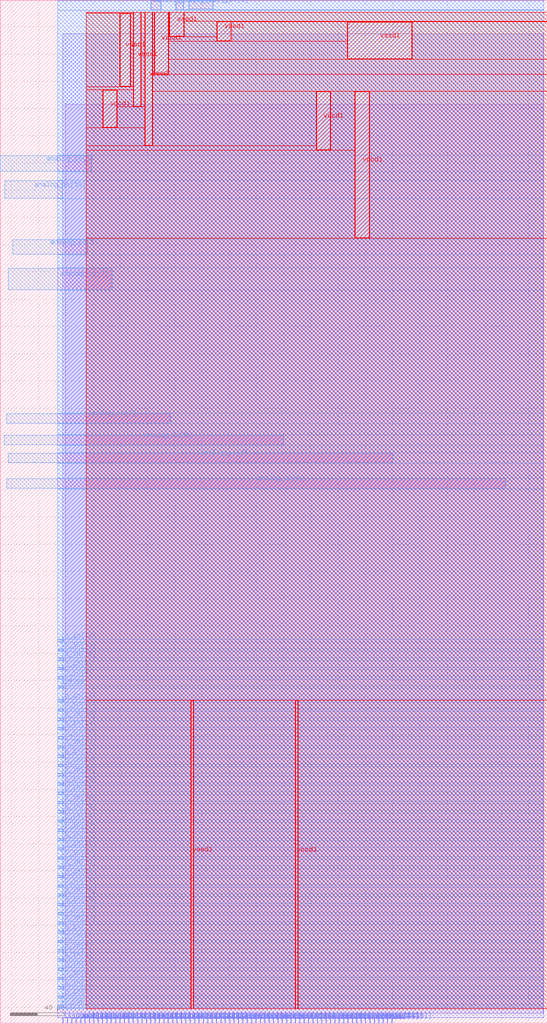
<source format=lef>
VERSION 5.7 ;
  NOWIREEXTENSIONATPIN ON ;
  DIVIDERCHAR "/" ;
  BUSBITCHARS "[]" ;
MACRO final_mixed_signal_top
  CLASS BLOCK ;
  FOREIGN final_mixed_signal_top ;
  ORIGIN 88.100 131.910 ;
  SIZE 401.725 BY 751.490 ;
  PIN io_in[0]
    DIRECTION INPUT ;
    USE SIGNAL ;
    PORT
      LAYER met3 ;
        RECT -45.890 -113.130 -41.890 -111.930 ;
    END
  END io_in[0]
  PIN io_in[13]
    DIRECTION INPUT ;
    USE SIGNAL ;
    PORT
      LAYER met3 ;
        RECT -45.890 -58.730 -41.890 -57.530 ;
    END
  END io_in[13]
  PIN io_in[14]
    DIRECTION INPUT ;
    USE SIGNAL ;
    PORT
      LAYER met3 ;
        RECT -45.890 -51.930 -41.890 -50.730 ;
    END
  END io_in[14]
  PIN io_in[15]
    DIRECTION INPUT ;
    USE SIGNAL ;
    PORT
      LAYER met3 ;
        RECT -45.890 -45.130 -41.890 -43.930 ;
    END
  END io_in[15]
  PIN io_in[16]
    DIRECTION INPUT ;
    USE SIGNAL ;
    PORT
      LAYER met3 ;
        RECT -45.890 -38.330 -41.890 -37.130 ;
    END
  END io_in[16]
  PIN io_in[17]
    DIRECTION INPUT ;
    USE SIGNAL ;
    PORT
      LAYER met3 ;
        RECT -45.890 -31.530 -41.890 -30.330 ;
    END
  END io_in[17]
  PIN io_in[18]
    DIRECTION INPUT ;
    USE SIGNAL ;
    PORT
      LAYER met3 ;
        RECT -45.890 -24.730 -41.890 -23.530 ;
    END
  END io_in[18]
  PIN io_in[19]
    DIRECTION INPUT ;
    USE SIGNAL ;
    PORT
      LAYER met3 ;
        RECT -45.890 -17.930 -41.890 -16.730 ;
    END
  END io_in[19]
  PIN io_in[1]
    DIRECTION INPUT ;
    USE SIGNAL ;
    PORT
      LAYER met3 ;
        RECT -45.890 -106.330 -41.890 -105.130 ;
    END
  END io_in[1]
  PIN io_in[20]
    DIRECTION INPUT ;
    USE SIGNAL ;
    PORT
      LAYER met3 ;
        RECT -45.890 -11.130 -41.890 -9.930 ;
    END
  END io_in[20]
  PIN io_in[21]
    DIRECTION INPUT ;
    USE SIGNAL ;
    PORT
      LAYER met3 ;
        RECT -45.890 -4.330 -41.890 -3.130 ;
    END
  END io_in[21]
  PIN io_in[22]
    DIRECTION INPUT ;
    USE SIGNAL ;
    PORT
      LAYER met3 ;
        RECT -45.890 2.470 -41.890 3.670 ;
    END
  END io_in[22]
  PIN io_in[23]
    DIRECTION INPUT ;
    USE SIGNAL ;
    PORT
      LAYER met3 ;
        RECT -45.890 9.270 -41.890 10.470 ;
    END
  END io_in[23]
  PIN io_in[24]
    DIRECTION INPUT ;
    USE SIGNAL ;
    PORT
      LAYER met3 ;
        RECT -45.890 16.070 -41.890 17.270 ;
    END
  END io_in[24]
  PIN io_in[25]
    DIRECTION INPUT ;
    USE SIGNAL ;
    PORT
      LAYER met3 ;
        RECT -45.890 22.870 -41.890 24.070 ;
    END
  END io_in[25]
  PIN io_in[26]
    DIRECTION INPUT ;
    USE SIGNAL ;
    PORT
      LAYER met3 ;
        RECT -45.890 29.670 -41.890 30.870 ;
    END
  END io_in[26]
  PIN io_in[27]
    DIRECTION INPUT ;
    USE SIGNAL ;
    PORT
      LAYER met3 ;
        RECT -45.890 36.470 -41.890 37.670 ;
    END
  END io_in[27]
  PIN io_in[28]
    DIRECTION INPUT ;
    USE SIGNAL ;
    PORT
      LAYER met3 ;
        RECT -45.890 43.270 -41.890 44.470 ;
    END
  END io_in[28]
  PIN io_in[29]
    DIRECTION INPUT ;
    USE SIGNAL ;
    PORT
      LAYER met3 ;
        RECT -45.890 50.070 -41.890 51.270 ;
    END
  END io_in[29]
  PIN io_in[2]
    DIRECTION INPUT ;
    USE SIGNAL ;
    PORT
      LAYER met3 ;
        RECT -45.890 -99.530 -41.890 -98.330 ;
    END
  END io_in[2]
  PIN io_in[30]
    DIRECTION INPUT ;
    USE SIGNAL ;
    PORT
      LAYER met3 ;
        RECT -45.890 56.870 -41.890 58.070 ;
    END
  END io_in[30]
  PIN io_in[31]
    DIRECTION INPUT ;
    USE SIGNAL ;
    PORT
      LAYER met3 ;
        RECT -45.890 63.670 -41.890 64.870 ;
    END
  END io_in[31]
  PIN io_in[32]
    DIRECTION INPUT ;
    USE SIGNAL ;
    PORT
      LAYER met3 ;
        RECT -45.890 70.470 -41.890 71.670 ;
    END
  END io_in[32]
  PIN io_in[33]
    DIRECTION INPUT ;
    USE SIGNAL ;
    PORT
      LAYER met3 ;
        RECT -45.890 77.270 -41.890 78.470 ;
    END
  END io_in[33]
  PIN io_in[34]
    DIRECTION INPUT ;
    USE SIGNAL ;
    PORT
      LAYER met3 ;
        RECT -45.890 84.070 -41.890 85.270 ;
    END
  END io_in[34]
  PIN io_in[35]
    DIRECTION INPUT ;
    USE SIGNAL ;
    PORT
      LAYER met3 ;
        RECT -45.890 90.870 -41.890 92.070 ;
    END
  END io_in[35]
  PIN io_in[36]
    DIRECTION INPUT ;
    USE SIGNAL ;
    PORT
      LAYER met3 ;
        RECT -45.890 97.670 -41.890 98.870 ;
    END
  END io_in[36]
  PIN io_in[37]
    DIRECTION INPUT ;
    USE SIGNAL ;
    PORT
      LAYER met3 ;
        RECT -45.890 104.470 -41.890 105.670 ;
    END
  END io_in[37]
  PIN io_in[3]
    DIRECTION INPUT ;
    USE SIGNAL ;
    PORT
      LAYER met3 ;
        RECT -45.890 -92.730 -41.890 -91.530 ;
    END
  END io_in[3]
  PIN io_in[4]
    DIRECTION INPUT ;
    USE SIGNAL ;
    PORT
      LAYER met3 ;
        RECT -45.890 -85.930 -41.890 -84.730 ;
    END
  END io_in[4]
  PIN io_in[5]
    DIRECTION INPUT ;
    USE SIGNAL ;
    PORT
      LAYER met3 ;
        RECT -45.890 -79.130 -41.890 -77.930 ;
    END
  END io_in[5]
  PIN io_in[6]
    DIRECTION INPUT ;
    USE SIGNAL ;
    PORT
      LAYER met3 ;
        RECT -45.890 -72.330 -41.890 -71.130 ;
    END
  END io_in[6]
  PIN io_in[7]
    DIRECTION INPUT ;
    USE SIGNAL ;
    PORT
      LAYER met3 ;
        RECT -45.890 -65.530 -41.890 -64.330 ;
    END
  END io_in[7]
  PIN io_oeb[0]
    DIRECTION OUTPUT TRISTATE ;
    USE SIGNAL ;
    PORT
      LAYER met2 ;
        RECT 80.100 -131.910 80.660 -127.905 ;
    END
  END io_oeb[0]
  PIN io_oeb[10]
    DIRECTION OUTPUT TRISTATE ;
    USE SIGNAL ;
    PORT
      LAYER met2 ;
        RECT 112.300 -131.910 112.860 -127.905 ;
    END
  END io_oeb[10]
  PIN io_oeb[11]
    DIRECTION OUTPUT TRISTATE ;
    USE SIGNAL ;
    PORT
      LAYER met2 ;
        RECT 115.520 -131.910 116.080 -127.905 ;
    END
  END io_oeb[11]
  PIN io_oeb[12]
    DIRECTION OUTPUT TRISTATE ;
    USE SIGNAL ;
    PORT
      LAYER met2 ;
        RECT 118.740 -131.910 119.300 -127.905 ;
    END
  END io_oeb[12]
  PIN io_oeb[13]
    DIRECTION OUTPUT TRISTATE ;
    USE SIGNAL ;
    PORT
      LAYER met2 ;
        RECT 121.960 -131.910 122.520 -127.905 ;
    END
  END io_oeb[13]
  PIN io_oeb[14]
    DIRECTION OUTPUT TRISTATE ;
    USE SIGNAL ;
    PORT
      LAYER met2 ;
        RECT 125.180 -131.910 125.740 -127.905 ;
    END
  END io_oeb[14]
  PIN io_oeb[15]
    DIRECTION OUTPUT TRISTATE ;
    USE SIGNAL ;
    PORT
      LAYER met2 ;
        RECT 128.400 -131.910 128.960 -127.905 ;
    END
  END io_oeb[15]
  PIN io_oeb[16]
    DIRECTION OUTPUT TRISTATE ;
    USE SIGNAL ;
    PORT
      LAYER met2 ;
        RECT 131.620 -131.910 132.180 -127.905 ;
    END
  END io_oeb[16]
  PIN io_oeb[17]
    DIRECTION OUTPUT TRISTATE ;
    USE SIGNAL ;
    PORT
      LAYER met2 ;
        RECT 134.840 -131.910 135.400 -127.905 ;
    END
  END io_oeb[17]
  PIN io_oeb[18]
    DIRECTION OUTPUT TRISTATE ;
    USE SIGNAL ;
    PORT
      LAYER met2 ;
        RECT 138.060 -131.910 138.620 -127.905 ;
    END
  END io_oeb[18]
  PIN io_oeb[19]
    DIRECTION OUTPUT TRISTATE ;
    USE SIGNAL ;
    PORT
      LAYER met2 ;
        RECT 141.280 -131.910 141.840 -127.905 ;
    END
  END io_oeb[19]
  PIN io_oeb[1]
    DIRECTION OUTPUT TRISTATE ;
    USE SIGNAL ;
    PORT
      LAYER met2 ;
        RECT 83.320 -131.910 83.880 -127.905 ;
    END
  END io_oeb[1]
  PIN io_oeb[20]
    DIRECTION OUTPUT TRISTATE ;
    USE SIGNAL ;
    PORT
      LAYER met2 ;
        RECT 144.500 -131.910 145.060 -127.905 ;
    END
  END io_oeb[20]
  PIN io_oeb[21]
    DIRECTION OUTPUT TRISTATE ;
    USE SIGNAL ;
    PORT
      LAYER met2 ;
        RECT 147.720 -131.910 148.280 -127.905 ;
    END
  END io_oeb[21]
  PIN io_oeb[22]
    DIRECTION OUTPUT TRISTATE ;
    USE SIGNAL ;
    PORT
      LAYER met2 ;
        RECT 150.940 -131.910 151.500 -127.905 ;
    END
  END io_oeb[22]
  PIN io_oeb[23]
    DIRECTION OUTPUT TRISTATE ;
    USE SIGNAL ;
    PORT
      LAYER met2 ;
        RECT 154.160 -131.910 154.720 -127.905 ;
    END
  END io_oeb[23]
  PIN io_oeb[24]
    DIRECTION OUTPUT TRISTATE ;
    USE SIGNAL ;
    PORT
      LAYER met2 ;
        RECT 157.380 -131.910 157.940 -127.905 ;
    END
  END io_oeb[24]
  PIN io_oeb[25]
    DIRECTION OUTPUT TRISTATE ;
    USE SIGNAL ;
    PORT
      LAYER met2 ;
        RECT 160.600 -131.910 161.160 -127.905 ;
    END
  END io_oeb[25]
  PIN io_oeb[26]
    DIRECTION OUTPUT TRISTATE ;
    USE SIGNAL ;
    PORT
      LAYER met2 ;
        RECT 163.820 -131.910 164.380 -127.905 ;
    END
  END io_oeb[26]
  PIN io_oeb[27]
    DIRECTION OUTPUT TRISTATE ;
    USE SIGNAL ;
    PORT
      LAYER met2 ;
        RECT 167.040 -131.910 167.600 -127.905 ;
    END
  END io_oeb[27]
  PIN io_oeb[28]
    DIRECTION OUTPUT TRISTATE ;
    USE SIGNAL ;
    PORT
      LAYER met2 ;
        RECT 170.260 -131.910 170.820 -127.905 ;
    END
  END io_oeb[28]
  PIN io_oeb[29]
    DIRECTION OUTPUT TRISTATE ;
    USE SIGNAL ;
    PORT
      LAYER met2 ;
        RECT 173.480 -131.910 174.040 -127.905 ;
    END
  END io_oeb[29]
  PIN io_oeb[2]
    DIRECTION OUTPUT TRISTATE ;
    USE SIGNAL ;
    PORT
      LAYER met2 ;
        RECT 86.540 -131.910 87.100 -127.905 ;
    END
  END io_oeb[2]
  PIN io_oeb[30]
    DIRECTION OUTPUT TRISTATE ;
    USE SIGNAL ;
    PORT
      LAYER met2 ;
        RECT 176.700 -131.910 177.260 -127.905 ;
    END
  END io_oeb[30]
  PIN io_oeb[31]
    DIRECTION OUTPUT TRISTATE ;
    USE SIGNAL ;
    PORT
      LAYER met2 ;
        RECT 179.920 -131.910 180.480 -127.905 ;
    END
  END io_oeb[31]
  PIN io_oeb[32]
    DIRECTION OUTPUT TRISTATE ;
    USE SIGNAL ;
    PORT
      LAYER met2 ;
        RECT 183.140 -131.910 183.700 -127.905 ;
    END
  END io_oeb[32]
  PIN io_oeb[33]
    DIRECTION OUTPUT TRISTATE ;
    USE SIGNAL ;
    PORT
      LAYER met2 ;
        RECT 186.360 -131.910 186.920 -127.905 ;
    END
  END io_oeb[33]
  PIN io_oeb[34]
    DIRECTION OUTPUT TRISTATE ;
    USE SIGNAL ;
    PORT
      LAYER met2 ;
        RECT 189.580 -131.910 190.140 -127.905 ;
    END
  END io_oeb[34]
  PIN io_oeb[35]
    DIRECTION OUTPUT TRISTATE ;
    USE SIGNAL ;
    PORT
      LAYER met2 ;
        RECT 192.800 -131.910 193.360 -127.905 ;
    END
  END io_oeb[35]
  PIN io_oeb[36]
    DIRECTION OUTPUT TRISTATE ;
    USE SIGNAL ;
    PORT
      LAYER met2 ;
        RECT 196.020 -131.910 196.580 -127.905 ;
    END
  END io_oeb[36]
  PIN io_oeb[37]
    DIRECTION OUTPUT TRISTATE ;
    USE SIGNAL ;
    PORT
      LAYER met2 ;
        RECT 199.240 -131.910 199.800 -127.905 ;
    END
  END io_oeb[37]
  PIN io_oeb[3]
    DIRECTION OUTPUT TRISTATE ;
    USE SIGNAL ;
    PORT
      LAYER met2 ;
        RECT 89.760 -131.910 90.320 -127.905 ;
    END
  END io_oeb[3]
  PIN io_oeb[4]
    DIRECTION OUTPUT TRISTATE ;
    USE SIGNAL ;
    PORT
      LAYER met2 ;
        RECT 92.980 -131.910 93.540 -127.905 ;
    END
  END io_oeb[4]
  PIN io_oeb[5]
    DIRECTION OUTPUT TRISTATE ;
    USE SIGNAL ;
    PORT
      LAYER met2 ;
        RECT 96.200 -131.910 96.760 -127.905 ;
    END
  END io_oeb[5]
  PIN io_oeb[6]
    DIRECTION OUTPUT TRISTATE ;
    USE SIGNAL ;
    PORT
      LAYER met2 ;
        RECT 99.420 -131.910 99.980 -127.905 ;
    END
  END io_oeb[6]
  PIN io_oeb[7]
    DIRECTION OUTPUT TRISTATE ;
    USE SIGNAL ;
    PORT
      LAYER met2 ;
        RECT 102.640 -131.910 103.200 -127.905 ;
    END
  END io_oeb[7]
  PIN io_oeb[8]
    DIRECTION OUTPUT TRISTATE ;
    USE SIGNAL ;
    PORT
      LAYER met2 ;
        RECT 105.860 -131.910 106.420 -127.905 ;
    END
  END io_oeb[8]
  PIN io_oeb[9]
    DIRECTION OUTPUT TRISTATE ;
    USE SIGNAL ;
    PORT
      LAYER met2 ;
        RECT 109.080 -131.910 109.640 -127.905 ;
    END
  END io_oeb[9]
  PIN io_out[0]
    DIRECTION OUTPUT TRISTATE ;
    USE SIGNAL ;
    PORT
      LAYER met2 ;
        RECT -42.260 -131.910 -41.700 -127.905 ;
    END
  END io_out[0]
  PIN io_out[10]
    DIRECTION OUTPUT TRISTATE ;
    USE SIGNAL ;
    PORT
      LAYER met2 ;
        RECT -10.060 -131.910 -9.500 -127.905 ;
    END
  END io_out[10]
  PIN io_out[11]
    DIRECTION OUTPUT TRISTATE ;
    USE SIGNAL ;
    PORT
      LAYER met2 ;
        RECT -6.840 -131.910 -6.280 -127.905 ;
    END
  END io_out[11]
  PIN io_out[12]
    DIRECTION OUTPUT TRISTATE ;
    USE SIGNAL ;
    PORT
      LAYER met2 ;
        RECT -3.620 -131.910 -3.060 -127.905 ;
    END
  END io_out[12]
  PIN io_out[13]
    DIRECTION OUTPUT TRISTATE ;
    USE SIGNAL ;
    PORT
      LAYER met2 ;
        RECT -0.400 -131.910 0.160 -127.905 ;
    END
  END io_out[13]
  PIN io_out[14]
    DIRECTION OUTPUT TRISTATE ;
    USE SIGNAL ;
    PORT
      LAYER met2 ;
        RECT 2.820 -131.910 3.380 -127.905 ;
    END
  END io_out[14]
  PIN io_out[15]
    DIRECTION OUTPUT TRISTATE ;
    USE SIGNAL ;
    PORT
      LAYER met2 ;
        RECT 6.040 -131.910 6.600 -127.905 ;
    END
  END io_out[15]
  PIN io_out[16]
    DIRECTION OUTPUT TRISTATE ;
    USE SIGNAL ;
    PORT
      LAYER met2 ;
        RECT 9.260 -131.910 9.820 -127.905 ;
    END
  END io_out[16]
  PIN io_out[17]
    DIRECTION OUTPUT TRISTATE ;
    USE SIGNAL ;
    PORT
      LAYER met2 ;
        RECT 12.480 -131.910 13.040 -127.905 ;
    END
  END io_out[17]
  PIN io_out[18]
    DIRECTION OUTPUT TRISTATE ;
    USE SIGNAL ;
    PORT
      LAYER met2 ;
        RECT 15.700 -131.910 16.260 -127.905 ;
    END
  END io_out[18]
  PIN io_out[19]
    DIRECTION OUTPUT TRISTATE ;
    USE SIGNAL ;
    PORT
      LAYER met2 ;
        RECT 18.920 -131.910 19.480 -127.905 ;
    END
  END io_out[19]
  PIN io_out[1]
    DIRECTION OUTPUT TRISTATE ;
    USE SIGNAL ;
    PORT
      LAYER met2 ;
        RECT -39.040 -131.910 -38.480 -127.905 ;
    END
  END io_out[1]
  PIN io_out[20]
    DIRECTION OUTPUT TRISTATE ;
    USE SIGNAL ;
    PORT
      LAYER met2 ;
        RECT 22.140 -131.910 22.700 -127.905 ;
    END
  END io_out[20]
  PIN io_out[21]
    DIRECTION OUTPUT TRISTATE ;
    USE SIGNAL ;
    PORT
      LAYER met2 ;
        RECT 25.360 -131.910 25.920 -127.905 ;
    END
  END io_out[21]
  PIN io_out[22]
    DIRECTION OUTPUT TRISTATE ;
    USE SIGNAL ;
    PORT
      LAYER met2 ;
        RECT 28.580 -131.910 29.140 -127.905 ;
    END
  END io_out[22]
  PIN io_out[23]
    DIRECTION OUTPUT TRISTATE ;
    USE SIGNAL ;
    PORT
      LAYER met2 ;
        RECT 31.800 -131.910 32.360 -127.905 ;
    END
  END io_out[23]
  PIN io_out[24]
    DIRECTION OUTPUT TRISTATE ;
    USE SIGNAL ;
    PORT
      LAYER met2 ;
        RECT 35.020 -131.910 35.580 -127.905 ;
    END
  END io_out[24]
  PIN io_out[25]
    DIRECTION OUTPUT TRISTATE ;
    USE SIGNAL ;
    PORT
      LAYER met2 ;
        RECT 38.240 -131.910 38.800 -127.905 ;
    END
  END io_out[25]
  PIN io_out[26]
    DIRECTION OUTPUT TRISTATE ;
    USE SIGNAL ;
    PORT
      LAYER met2 ;
        RECT 41.460 -131.910 42.020 -127.905 ;
    END
  END io_out[26]
  PIN io_out[27]
    DIRECTION OUTPUT TRISTATE ;
    USE SIGNAL ;
    PORT
      LAYER met2 ;
        RECT 44.680 -131.910 45.240 -127.905 ;
    END
  END io_out[27]
  PIN io_out[28]
    DIRECTION OUTPUT TRISTATE ;
    USE SIGNAL ;
    PORT
      LAYER met2 ;
        RECT 47.900 -131.910 48.460 -127.905 ;
    END
  END io_out[28]
  PIN io_out[29]
    DIRECTION OUTPUT TRISTATE ;
    USE SIGNAL ;
    PORT
      LAYER met2 ;
        RECT 51.120 -131.910 51.680 -127.905 ;
    END
  END io_out[29]
  PIN io_out[2]
    DIRECTION OUTPUT TRISTATE ;
    USE SIGNAL ;
    PORT
      LAYER met2 ;
        RECT -35.820 -131.910 -35.260 -127.905 ;
    END
  END io_out[2]
  PIN io_out[30]
    DIRECTION OUTPUT TRISTATE ;
    USE SIGNAL ;
    PORT
      LAYER met2 ;
        RECT 54.340 -131.910 54.900 -127.905 ;
    END
  END io_out[30]
  PIN io_out[31]
    DIRECTION OUTPUT TRISTATE ;
    USE SIGNAL ;
    PORT
      LAYER met2 ;
        RECT 57.560 -131.910 58.120 -127.905 ;
    END
  END io_out[31]
  PIN io_out[32]
    DIRECTION OUTPUT TRISTATE ;
    USE SIGNAL ;
    PORT
      LAYER met2 ;
        RECT 60.780 -131.910 61.340 -127.905 ;
    END
  END io_out[32]
  PIN io_out[33]
    DIRECTION OUTPUT TRISTATE ;
    USE SIGNAL ;
    PORT
      LAYER met2 ;
        RECT 64.000 -131.910 64.560 -127.905 ;
    END
  END io_out[33]
  PIN io_out[34]
    DIRECTION OUTPUT TRISTATE ;
    USE SIGNAL ;
    PORT
      LAYER met2 ;
        RECT 67.220 -131.910 67.780 -127.905 ;
    END
  END io_out[34]
  PIN io_out[35]
    DIRECTION OUTPUT TRISTATE ;
    USE SIGNAL ;
    PORT
      LAYER met2 ;
        RECT 70.440 -131.910 71.000 -127.905 ;
    END
  END io_out[35]
  PIN io_out[36]
    DIRECTION OUTPUT TRISTATE ;
    USE SIGNAL ;
    PORT
      LAYER met2 ;
        RECT 73.660 -131.910 74.220 -127.905 ;
    END
  END io_out[36]
  PIN io_out[37]
    DIRECTION OUTPUT TRISTATE ;
    USE SIGNAL ;
    PORT
      LAYER met2 ;
        RECT 76.880 -131.910 77.440 -127.905 ;
    END
  END io_out[37]
  PIN io_out[3]
    DIRECTION OUTPUT TRISTATE ;
    USE SIGNAL ;
    PORT
      LAYER met2 ;
        RECT -32.600 -131.910 -32.040 -127.905 ;
    END
  END io_out[3]
  PIN io_out[4]
    DIRECTION OUTPUT TRISTATE ;
    USE SIGNAL ;
    PORT
      LAYER met2 ;
        RECT -29.380 -131.910 -28.820 -127.905 ;
    END
  END io_out[4]
  PIN io_out[5]
    DIRECTION OUTPUT TRISTATE ;
    USE SIGNAL ;
    PORT
      LAYER met2 ;
        RECT -26.160 -131.910 -25.600 -127.905 ;
    END
  END io_out[5]
  PIN io_out[6]
    DIRECTION OUTPUT TRISTATE ;
    USE SIGNAL ;
    PORT
      LAYER met2 ;
        RECT -22.940 -131.910 -22.380 -127.905 ;
    END
  END io_out[6]
  PIN io_out[7]
    DIRECTION OUTPUT TRISTATE ;
    USE SIGNAL ;
    PORT
      LAYER met2 ;
        RECT -19.720 -131.910 -19.160 -127.905 ;
    END
  END io_out[7]
  PIN io_out[8]
    DIRECTION OUTPUT TRISTATE ;
    USE SIGNAL ;
    PORT
      LAYER met2 ;
        RECT -16.500 -131.910 -15.940 -127.905 ;
    END
  END io_out[8]
  PIN io_out[9]
    DIRECTION OUTPUT TRISTATE ;
    USE SIGNAL ;
    PORT
      LAYER met2 ;
        RECT -13.280 -131.910 -12.720 -127.905 ;
    END
  END io_out[9]
  PIN wb_clk_i
    DIRECTION INPUT ;
    USE SIGNAL ;
    PORT
      LAYER met3 ;
        RECT -45.890 -119.930 -41.890 -118.730 ;
    END
  END wb_clk_i
  PIN active
    PORT
      LAYER met3 ;
        RECT -45.895 114.475 -41.895 115.685 ;
    END
  END active
  PIN io_in[8]
    PORT
      LAYER met3 ;
        RECT -45.895 121.275 -41.885 122.465 ;
    END
  END io_in[8]
  PIN io_in[9]
    PORT
      LAYER met3 ;
        RECT -45.895 128.075 -41.895 129.275 ;
    END
  END io_in[9]
  PIN io_in[10]
    PORT
      LAYER met3 ;
        RECT -45.895 134.875 -41.895 136.075 ;
    END
  END io_in[10]
  PIN io_in[11]
    PORT
      LAYER met3 ;
        RECT -45.900 141.675 -41.895 142.870 ;
    END
  END io_in[11]
  PIN io_in[12]
    PORT
      LAYER met3 ;
        RECT -45.895 148.475 -41.895 149.675 ;
    END
  END io_in[12]
  PIN analog_io[9]
    PORT
      LAYER met3 ;
        RECT -82.420 279.890 199.760 286.890 ;
    END
  END analog_io[9]
  PIN analog_io[4]
    PORT
      LAYER met3 ;
        RECT 41.190 612.470 46.280 618.960 ;
    END
  END analog_io[4]
  PIN vccd1
    PORT
      LAYER met4 ;
        RECT -12.590 526.200 -2.590 553.440 ;
    END
    PORT
      LAYER met4 ;
        RECT 25.215 565.600 35.215 610.700 ;
    END
    PORT
      LAYER met4 ;
        RECT 144.225 509.645 154.230 552.170 ;
    END
    PORT
      LAYER met4 ;
        RECT 172.755 445.075 182.755 552.420 ;
    END
    PORT
      LAYER met4 ;
        RECT 128.780 -121.250 130.280 104.880 ;
    END
  END vccd1
  PIN vssd1
    PORT
      LAYER met4 ;
        RECT 36.525 593.100 46.525 610.700 ;
    END
    PORT
      LAYER met4 ;
        RECT 71.335 589.760 81.335 603.580 ;
    END
    PORT
      LAYER met4 ;
        RECT 167.050 576.380 214.120 603.230 ;
    END
    PORT
      LAYER met4 ;
        RECT 52.090 -121.120 53.530 104.950 ;
    END
    PORT
      LAYER met4 ;
        RECT 0.180 556.390 7.440 609.690 ;
    END
  END vssd1
  PIN analog_io[2]
    PORT
      LAYER met3 ;
        RECT 50.530 613.080 67.960 619.580 ;
    END
  END analog_io[2]
  PIN analog_io[3]
    PORT
      LAYER met3 ;
        RECT 22.760 612.480 29.850 618.900 ;
    END
  END analog_io[3]
  PIN analog_io[1]
    PORT
      LAYER met3 ;
        RECT -88.100 494.000 -21.350 505.160 ;
    END
  END analog_io[1]
  PIN analog_io[10]
    PORT
      LAYER met3 ;
        RECT -84.760 473.920 -42.650 486.950 ;
    END
  END analog_io[10]
  PIN analog_io[0]
    PORT
      LAYER met3 ;
        RECT -79.070 432.940 -24.250 443.560 ;
    END
  END analog_io[0]
  PIN analog_io[5]
    PORT
      LAYER met3 ;
        RECT -82.150 406.800 -6.210 422.785 ;
    END
  END analog_io[5]
  PIN analog_io[7]
    PORT
      LAYER met3 ;
        RECT -83.220 308.810 36.830 315.810 ;
    END
  END analog_io[7]
  PIN analog_io[6]
    PORT
      LAYER met3 ;
        RECT -85.145 292.965 119.580 300.055 ;
    END
  END analog_io[6]
  PIN analog_io[8]
    PORT
      LAYER met3 ;
        RECT -83.310 261.080 282.875 268.080 ;
    END
  END analog_io[8]
  PIN vcca1
    PORT
      LAYER met4 ;
        RECT 18.530 513.050 23.530 610.700 ;
    END
  END vcca1
  PIN vssa1
    PORT
      LAYER met4 ;
        RECT 9.960 541.670 14.960 610.700 ;
    END
  END vssa1
  OBS
      LAYER li1 ;
        RECT -40.370 -121.115 310.680 542.940 ;
      LAYER met1 ;
        RECT -42.140 -124.390 310.710 594.730 ;
      LAYER met2 ;
        RECT -45.895 -127.625 310.870 619.020 ;
        RECT -45.895 -127.905 -42.540 -127.625 ;
        RECT -41.420 -127.905 -39.320 -127.625 ;
        RECT -38.200 -127.905 -36.100 -127.625 ;
        RECT -34.980 -127.905 -32.880 -127.625 ;
        RECT -31.760 -127.905 -29.660 -127.625 ;
        RECT -28.540 -127.905 -26.440 -127.625 ;
        RECT -25.320 -127.905 -23.220 -127.625 ;
        RECT -22.100 -127.905 -20.000 -127.625 ;
        RECT -18.880 -127.905 -16.780 -127.625 ;
        RECT -15.660 -127.905 -13.560 -127.625 ;
        RECT -12.440 -127.905 -10.340 -127.625 ;
        RECT -9.220 -127.905 -7.120 -127.625 ;
        RECT -6.000 -127.905 -3.900 -127.625 ;
        RECT -2.780 -127.905 -0.680 -127.625 ;
        RECT 0.440 -127.905 2.540 -127.625 ;
        RECT 3.660 -127.905 5.760 -127.625 ;
        RECT 6.880 -127.905 8.980 -127.625 ;
        RECT 10.100 -127.905 12.200 -127.625 ;
        RECT 13.320 -127.905 15.420 -127.625 ;
        RECT 16.540 -127.905 18.640 -127.625 ;
        RECT 19.760 -127.905 21.860 -127.625 ;
        RECT 22.980 -127.905 25.080 -127.625 ;
        RECT 26.200 -127.905 28.300 -127.625 ;
        RECT 29.420 -127.905 31.520 -127.625 ;
        RECT 32.640 -127.905 34.740 -127.625 ;
        RECT 35.860 -127.905 37.960 -127.625 ;
        RECT 39.080 -127.905 41.180 -127.625 ;
        RECT 42.300 -127.905 44.400 -127.625 ;
        RECT 45.520 -127.905 47.620 -127.625 ;
        RECT 48.740 -127.905 50.840 -127.625 ;
        RECT 51.960 -127.905 54.060 -127.625 ;
        RECT 55.180 -127.905 57.280 -127.625 ;
        RECT 58.400 -127.905 60.500 -127.625 ;
        RECT 61.620 -127.905 63.720 -127.625 ;
        RECT 64.840 -127.905 66.940 -127.625 ;
        RECT 68.060 -127.905 70.160 -127.625 ;
        RECT 71.280 -127.905 73.380 -127.625 ;
        RECT 74.500 -127.905 76.600 -127.625 ;
        RECT 77.720 -127.905 79.820 -127.625 ;
        RECT 80.940 -127.905 83.040 -127.625 ;
        RECT 84.160 -127.905 86.260 -127.625 ;
        RECT 87.380 -127.905 89.480 -127.625 ;
        RECT 90.600 -127.905 92.700 -127.625 ;
        RECT 93.820 -127.905 95.920 -127.625 ;
        RECT 97.040 -127.905 99.140 -127.625 ;
        RECT 100.260 -127.905 102.360 -127.625 ;
        RECT 103.480 -127.905 105.580 -127.625 ;
        RECT 106.700 -127.905 108.800 -127.625 ;
        RECT 109.920 -127.905 112.020 -127.625 ;
        RECT 113.140 -127.905 115.240 -127.625 ;
        RECT 116.360 -127.905 118.460 -127.625 ;
        RECT 119.580 -127.905 121.680 -127.625 ;
        RECT 122.800 -127.905 124.900 -127.625 ;
        RECT 126.020 -127.905 128.120 -127.625 ;
        RECT 129.240 -127.905 131.340 -127.625 ;
        RECT 132.460 -127.905 134.560 -127.625 ;
        RECT 135.680 -127.905 137.780 -127.625 ;
        RECT 138.900 -127.905 141.000 -127.625 ;
        RECT 142.120 -127.905 144.220 -127.625 ;
        RECT 145.340 -127.905 147.440 -127.625 ;
        RECT 148.560 -127.905 150.660 -127.625 ;
        RECT 151.780 -127.905 153.880 -127.625 ;
        RECT 155.000 -127.905 157.100 -127.625 ;
        RECT 158.220 -127.905 160.320 -127.625 ;
        RECT 161.440 -127.905 163.540 -127.625 ;
        RECT 164.660 -127.905 166.760 -127.625 ;
        RECT 167.880 -127.905 169.980 -127.625 ;
        RECT 171.100 -127.905 173.200 -127.625 ;
        RECT 174.320 -127.905 176.420 -127.625 ;
        RECT 177.540 -127.905 179.640 -127.625 ;
        RECT 180.760 -127.905 182.860 -127.625 ;
        RECT 183.980 -127.905 186.080 -127.625 ;
        RECT 187.200 -127.905 189.300 -127.625 ;
        RECT 190.420 -127.905 192.520 -127.625 ;
        RECT 193.640 -127.905 195.740 -127.625 ;
        RECT 196.860 -127.905 198.960 -127.625 ;
        RECT 200.080 -127.905 310.870 -127.625 ;
      LAYER met3 ;
        RECT -45.895 612.080 22.360 618.960 ;
        RECT 30.250 612.080 40.790 618.960 ;
        RECT -45.895 612.070 40.790 612.080 ;
        RECT 46.680 612.680 50.130 618.960 ;
        RECT 68.360 612.680 310.870 618.960 ;
        RECT 46.680 612.070 310.870 612.680 ;
        RECT -45.895 505.560 310.870 612.070 ;
        RECT -20.950 493.600 310.870 505.560 ;
        RECT -45.895 487.350 310.870 493.600 ;
        RECT -42.250 473.520 310.870 487.350 ;
        RECT -45.895 443.960 310.870 473.520 ;
        RECT -23.850 432.540 310.870 443.960 ;
        RECT -45.895 423.185 310.870 432.540 ;
        RECT -5.810 406.400 310.870 423.185 ;
        RECT -45.895 316.210 310.870 406.400 ;
        RECT 37.230 308.410 310.870 316.210 ;
        RECT -45.895 300.455 310.870 308.410 ;
        RECT 119.980 292.565 310.870 300.455 ;
        RECT -45.895 287.290 310.870 292.565 ;
        RECT 200.160 279.490 310.870 287.290 ;
        RECT -45.895 268.480 310.870 279.490 ;
        RECT 283.275 260.680 310.870 268.480 ;
        RECT -45.895 150.075 310.870 260.680 ;
        RECT -41.495 148.075 310.870 150.075 ;
        RECT -45.895 143.270 310.870 148.075 ;
        RECT -41.495 141.275 310.870 143.270 ;
        RECT -45.895 136.475 310.870 141.275 ;
        RECT -41.495 134.475 310.870 136.475 ;
        RECT -45.895 129.675 310.870 134.475 ;
        RECT -41.495 127.675 310.870 129.675 ;
        RECT -45.895 122.865 310.870 127.675 ;
        RECT -41.485 120.875 310.870 122.865 ;
        RECT -45.895 116.085 310.870 120.875 ;
        RECT -41.495 114.075 310.870 116.085 ;
        RECT -45.895 106.070 310.870 114.075 ;
        RECT -41.490 104.070 310.870 106.070 ;
        RECT -45.895 99.270 310.870 104.070 ;
        RECT -41.490 97.270 310.870 99.270 ;
        RECT -45.895 92.470 310.870 97.270 ;
        RECT -41.490 90.470 310.870 92.470 ;
        RECT -45.895 85.670 310.870 90.470 ;
        RECT -41.490 83.670 310.870 85.670 ;
        RECT -45.895 78.870 310.870 83.670 ;
        RECT -41.490 76.870 310.870 78.870 ;
        RECT -45.895 72.070 310.870 76.870 ;
        RECT -41.490 70.070 310.870 72.070 ;
        RECT -45.895 65.270 310.870 70.070 ;
        RECT -41.490 63.270 310.870 65.270 ;
        RECT -45.895 58.470 310.870 63.270 ;
        RECT -41.490 56.470 310.870 58.470 ;
        RECT -45.895 51.670 310.870 56.470 ;
        RECT -41.490 49.670 310.870 51.670 ;
        RECT -45.895 44.870 310.870 49.670 ;
        RECT -41.490 42.870 310.870 44.870 ;
        RECT -45.895 38.070 310.870 42.870 ;
        RECT -41.490 36.070 310.870 38.070 ;
        RECT -45.895 31.270 310.870 36.070 ;
        RECT -41.490 29.270 310.870 31.270 ;
        RECT -45.895 24.470 310.870 29.270 ;
        RECT -41.490 22.470 310.870 24.470 ;
        RECT -45.895 17.670 310.870 22.470 ;
        RECT -41.490 15.670 310.870 17.670 ;
        RECT -45.895 10.870 310.870 15.670 ;
        RECT -41.490 8.870 310.870 10.870 ;
        RECT -45.895 4.070 310.870 8.870 ;
        RECT -41.490 2.070 310.870 4.070 ;
        RECT -45.895 -2.730 310.870 2.070 ;
        RECT -41.490 -4.730 310.870 -2.730 ;
        RECT -45.895 -9.530 310.870 -4.730 ;
        RECT -41.490 -11.530 310.870 -9.530 ;
        RECT -45.895 -16.330 310.870 -11.530 ;
        RECT -41.490 -18.330 310.870 -16.330 ;
        RECT -45.895 -23.130 310.870 -18.330 ;
        RECT -41.490 -25.130 310.870 -23.130 ;
        RECT -45.895 -29.930 310.870 -25.130 ;
        RECT -41.490 -31.930 310.870 -29.930 ;
        RECT -45.895 -36.730 310.870 -31.930 ;
        RECT -41.490 -38.730 310.870 -36.730 ;
        RECT -45.895 -43.530 310.870 -38.730 ;
        RECT -41.490 -45.530 310.870 -43.530 ;
        RECT -45.895 -50.330 310.870 -45.530 ;
        RECT -41.490 -52.330 310.870 -50.330 ;
        RECT -45.895 -57.130 310.870 -52.330 ;
        RECT -41.490 -59.130 310.870 -57.130 ;
        RECT -45.895 -63.930 310.870 -59.130 ;
        RECT -41.490 -65.930 310.870 -63.930 ;
        RECT -45.895 -70.730 310.870 -65.930 ;
        RECT -41.490 -72.730 310.870 -70.730 ;
        RECT -45.895 -77.530 310.870 -72.730 ;
        RECT -41.490 -79.530 310.870 -77.530 ;
        RECT -45.895 -84.330 310.870 -79.530 ;
        RECT -41.490 -86.330 310.870 -84.330 ;
        RECT -45.895 -91.130 310.870 -86.330 ;
        RECT -41.490 -93.130 310.870 -91.130 ;
        RECT -45.895 -97.930 310.870 -93.130 ;
        RECT -41.490 -99.930 310.870 -97.930 ;
        RECT -45.895 -104.730 310.870 -99.930 ;
        RECT -41.490 -106.730 310.870 -104.730 ;
        RECT -45.895 -111.530 310.870 -106.730 ;
        RECT -41.490 -113.530 310.870 -111.530 ;
        RECT -45.895 -118.330 310.870 -113.530 ;
        RECT -41.490 -120.330 310.870 -118.330 ;
        RECT -45.895 -121.195 310.870 -120.330 ;
      LAYER met4 ;
        RECT -24.850 610.090 9.560 610.700 ;
        RECT -24.850 555.990 -0.220 610.090 ;
        RECT 7.840 555.990 9.560 610.090 ;
        RECT -24.850 553.840 9.560 555.990 ;
        RECT -24.850 525.800 -12.990 553.840 ;
        RECT -2.190 541.270 9.560 553.840 ;
        RECT 15.360 541.270 18.130 610.700 ;
        RECT -2.190 525.800 18.130 541.270 ;
        RECT -24.850 512.650 18.130 525.800 ;
        RECT 23.930 565.200 24.815 610.700 ;
        RECT 35.615 592.700 36.125 610.700 ;
        RECT 46.925 603.980 313.625 610.700 ;
        RECT 46.925 592.700 70.935 603.980 ;
        RECT 35.615 589.360 70.935 592.700 ;
        RECT 81.735 603.630 313.625 603.980 ;
        RECT 81.735 589.360 166.650 603.630 ;
        RECT 35.615 575.980 166.650 589.360 ;
        RECT 214.520 575.980 313.625 603.630 ;
        RECT 35.615 565.200 313.625 575.980 ;
        RECT 23.930 552.820 313.625 565.200 ;
        RECT 23.930 552.570 172.355 552.820 ;
        RECT 23.930 512.650 143.825 552.570 ;
        RECT -24.850 509.245 143.825 512.650 ;
        RECT 154.630 509.245 172.355 552.570 ;
        RECT -24.850 444.675 172.355 509.245 ;
        RECT 183.155 444.675 313.625 552.820 ;
        RECT -24.850 105.350 313.625 444.675 ;
        RECT -24.850 -121.270 51.690 105.350 ;
        RECT 53.930 105.280 313.625 105.350 ;
        RECT 53.930 -121.270 128.380 105.280 ;
        RECT 130.680 -121.270 313.625 105.280 ;
  END
END final_mixed_signal_top
END LIBRARY


</source>
